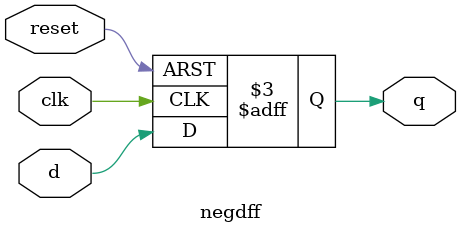
<source format=v>
module negdff(clk,d,reset,q);
input d,clk,reset;
output q;
reg q;
always@(posedge reset or negedge clk)
begin
if(reset==1'b1)
	q<=1'b0;
else
	q<=d;
end
endmodule
</source>
